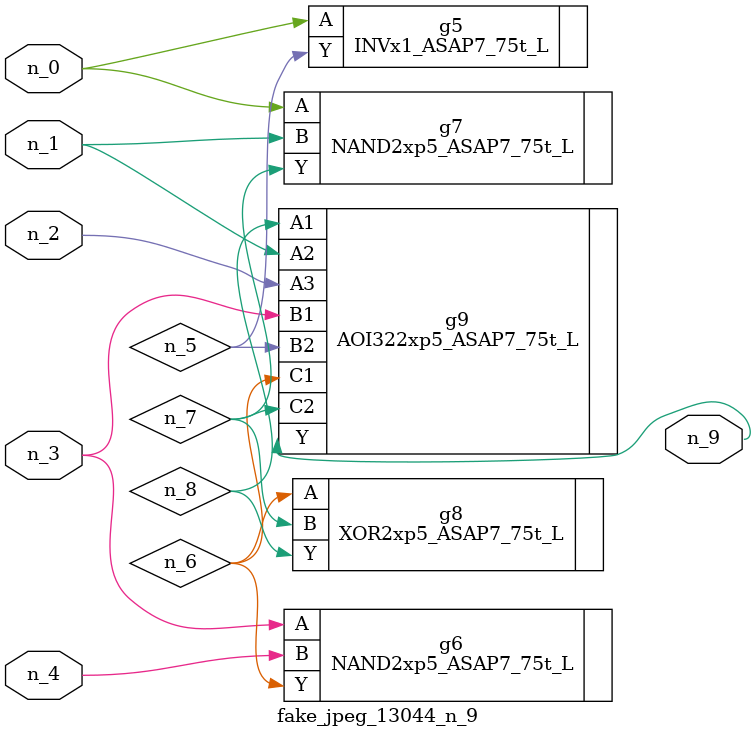
<source format=v>
module fake_jpeg_13044_n_9 (n_3, n_2, n_1, n_0, n_4, n_9);

input n_3;
input n_2;
input n_1;
input n_0;
input n_4;

output n_9;

wire n_8;
wire n_6;
wire n_5;
wire n_7;

INVx1_ASAP7_75t_L g5 ( 
.A(n_0),
.Y(n_5)
);

NAND2xp5_ASAP7_75t_L g6 ( 
.A(n_3),
.B(n_4),
.Y(n_6)
);

NAND2xp5_ASAP7_75t_L g7 ( 
.A(n_0),
.B(n_1),
.Y(n_7)
);

XOR2xp5_ASAP7_75t_L g8 ( 
.A(n_6),
.B(n_7),
.Y(n_8)
);

AOI322xp5_ASAP7_75t_L g9 ( 
.A1(n_8),
.A2(n_1),
.A3(n_2),
.B1(n_3),
.B2(n_5),
.C1(n_6),
.C2(n_7),
.Y(n_9)
);


endmodule
</source>
